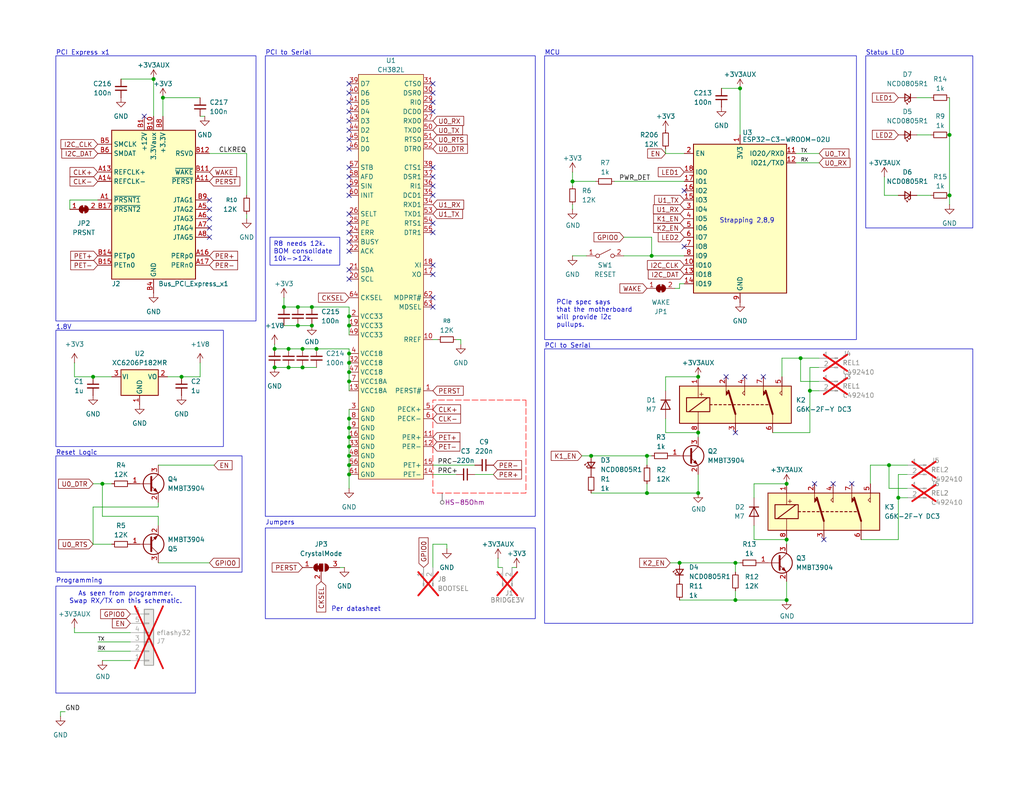
<source format=kicad_sch>
(kicad_sch (version 20250114) (generator "eeschema") (generator_version "9.0")
  (paper "USLetter")
  (title_block (title "serialsentinel") (date "2023-04-02"))
  (rectangle (start 148.59 95.25) (end 265.43 170.18))
  (rectangle (start 148.59 15.24) (end 233.68 92.71))
  (rectangle (start 72.39 15.24) (end 146.05 140.97))
  (rectangle (start 15.24 90.17) (end 60.96 121.92))
  (rectangle (start 236.22 15.24) (end 265.43 62.23))
  (rectangle (start 15.24 15.24) (end 69.85 87.63))
  (rectangle (start 15.24 160.02) (end 53.34 189.23))
  (rectangle (start 72.39 144.145) (end 146.05 168.91))
  (rectangle (start 15.24 124.46) (end 66.04 156.21))
  (text "As seen from programmer.\nSwap RX/TX on this schematic." (at 34.29 163.195 0) (effects (font (size 1.27 1.27))))
  (text "PCI to Serial" (at 72.39 15.24 0) (effects (font (size 1.27 1.27)) (justify left bottom)))
  (text "Status LED" (at 236.22 15.24 0) (effects (font (size 1.27 1.27)) (justify left bottom)))
  (text "PCIe spec says \nthat the motherboard\nwill provide i2c \npullups." (at 151.765 85.725 0) (effects (font (size 1.27 1.27)) (justify left)))
  (text "Programming" (at 15.24 159.385 0) (effects (font (size 1.27 1.27)) (justify left bottom)))
  (text "Strapping 2,8,9" (at 203.835 60.325 0) (effects (font (size 1.27 1.27))))
  (text "PCI Express x1" (at 15.24 15.24 0) (effects (font (size 1.27 1.27)) (justify left bottom)))
  (text "Reset Logic" (at 15.24 124.46 0) (effects (font (size 1.27 1.27)) (justify left bottom)))
  (text "Jumpers" (at 72.39 143.51 0) (effects (font (size 1.27 1.27)) (justify left bottom)))
  (text "1.8V" (at 15.24 90.17 0) (effects (font (size 1.27 1.27)) (justify left bottom)))
  (text "Per datasheet" (at 97.155 166.37 0) (effects (font (size 1.27 1.27))))
  (text "MCU" (at 148.59 15.24 0) (effects (font (size 1.27 1.27)) (justify left bottom)))
  (text "PCI to Serial" (at 148.59 95.25 0) (effects (font (size 1.27 1.27)) (justify left bottom)))
  (text_box "R8 needs 12k.\nBOM consolidate 10k->12k." (at 73.66 64.77 0) (size 19.05 7.62) (margins 0.9525 0.9525 0.9525 0.9525) (effects (font (size 1.27 1.27)) (justify left top)))
  (junction (at 95.25 101.6))
  (junction (at 95.25 116.84))
  (junction (at 81.28 88.9))
  (junction (at 190.5 102.87))
  (junction (at 190.5 118.11))
  (junction (at 220.98 106.68))
  (junction (at 95.25 119.38))
  (junction (at 41.91 21.59))
  (junction (at 95.25 86.36))
  (junction (at 176.53 134.62))
  (junction (at 214.63 163.83))
  (junction (at 95.25 124.46))
  (junction (at 190.5 134.62))
  (junction (at 176.53 124.46))
  (junction (at 259.08 53.34))
  (junction (at 86.36 95.25))
  (junction (at 25.4 102.87))
  (junction (at 95.25 88.9))
  (junction (at 242.57 127))
  (junction (at 77.47 83.82))
  (junction (at 81.28 83.82))
  (junction (at 95.25 96.52))
  (junction (at 27.94 132.08))
  (junction (at 95.25 114.3))
  (junction (at 82.55 95.25))
  (junction (at 214.63 132.08))
  (junction (at 259.08 36.83))
  (junction (at 200.66 153.67))
  (junction (at 85.09 83.82))
  (junction (at 74.93 95.25))
  (junction (at 245.11 135.89))
  (junction (at 200.66 163.83))
  (junction (at 95.25 121.92))
  (junction (at 218.44 97.79))
  (junction (at 74.93 100.33))
  (junction (at 95.25 129.54))
  (junction (at 85.09 88.9))
  (junction (at 78.74 100.33))
  (junction (at 177.8 69.85))
  (junction (at 156.21 49.53))
  (junction (at 49.53 102.87))
  (junction (at 44.45 26.67))
  (junction (at 95.25 99.06))
  (junction (at 201.93 24.13))
  (junction (at 161.29 124.46))
  (junction (at 214.63 147.32))
  (junction (at 95.25 127))
  (junction (at 82.55 100.33))
  (junction (at 185.42 153.67))
  (junction (at 95.25 104.14))
  (junction (at 78.74 95.25))
  (no_connect (at 95.25 22.86))
  (no_connect (at 227.33 132.08))
  (no_connect (at 118.11 45.72))
  (no_connect (at 95.25 40.64))
  (no_connect (at 95.25 76.2))
  (no_connect (at 118.11 50.8))
  (no_connect (at 57.15 62.23))
  (no_connect (at 118.11 60.96))
  (no_connect (at 198.12 102.87))
  (no_connect (at 57.15 57.15))
  (no_connect (at 186.69 67.31))
  (no_connect (at 200.66 118.11))
  (no_connect (at 39.37 31.75))
  (no_connect (at 95.25 60.96))
  (no_connect (at 95.25 48.26))
  (no_connect (at 95.25 38.1))
  (no_connect (at 95.25 27.94))
  (no_connect (at 118.11 83.82))
  (no_connect (at 118.11 27.94))
  (no_connect (at 95.25 25.4))
  (no_connect (at 224.79 147.32))
  (no_connect (at 95.25 50.8))
  (no_connect (at 186.69 52.07))
  (no_connect (at 57.15 59.69))
  (no_connect (at 232.41 132.08))
  (no_connect (at 95.25 45.72))
  (no_connect (at 203.2 102.87))
  (no_connect (at 95.25 53.34))
  (no_connect (at 95.25 63.5))
  (no_connect (at 95.25 66.04))
  (no_connect (at 222.25 132.08))
  (no_connect (at 57.15 54.61))
  (no_connect (at 95.25 30.48))
  (no_connect (at 57.15 64.77))
  (no_connect (at 95.25 68.58))
  (no_connect (at 118.11 53.34))
  (no_connect (at 118.11 74.93))
  (no_connect (at 95.25 35.56))
  (no_connect (at 208.28 102.87))
  (no_connect (at 118.11 25.4))
  (no_connect (at 95.25 73.66))
  (no_connect (at 118.11 30.48))
  (no_connect (at 95.25 58.42))
  (no_connect (at 118.11 81.28))
  (no_connect (at 118.11 22.86))
  (no_connect (at 118.11 63.5))
  (no_connect (at 95.25 33.02))
  (no_connect (at 118.11 48.26))
  (no_connect (at 118.11 72.39))
  (wire (pts (xy 86.36 95.25) (xy 95.25 95.25)))
  (wire (pts (xy 95.25 116.84) (xy 95.25 119.38)))
  (wire (pts (xy 95.25 101.6) (xy 95.25 104.14)))
  (wire (pts (xy 218.44 104.14) (xy 223.52 104.14)))
  (wire (pts (xy 181.61 41.91) (xy 181.61 40.64)))
  (wire (pts (xy 135.89 154.94) (xy 135.89 152.4)))
  (wire (pts (xy 54.61 102.87) (xy 54.61 99.06)))
  (wire (pts (xy 200.66 163.83) (xy 200.66 161.29)))
  (wire (pts (xy 95.25 96.52) (xy 95.25 99.06)))
  (wire (pts (xy 43.18 140.97) (xy 43.18 143.51)))
  (wire (pts (xy 177.8 69.85) (xy 186.69 69.85)))
  (wire (pts (xy 220.98 106.68) (xy 223.52 106.68)))
  (wire (pts (xy 247.65 129.54) (xy 245.11 129.54)))
  (wire (pts (xy 259.08 36.83) (xy 259.08 53.34)))
  (wire (pts (xy 213.36 97.79) (xy 218.44 97.79)))
  (wire (pts (xy 77.47 81.28) (xy 77.47 83.82)))
  (wire (pts (xy 92.71 154.94) (xy 93.98 154.94)))
  (wire (pts (xy 81.28 83.82) (xy 85.09 83.82)))
  (wire (pts (xy 200.66 163.83) (xy 214.63 163.83)))
  (wire (pts (xy 167.64 49.53) (xy 186.69 49.53)))
  (wire (pts (xy 161.29 124.46) (xy 176.53 124.46)))
  (wire (pts (xy 67.31 53.34) (xy 67.31 41.91)))
  (wire (pts (xy 95.25 83.82) (xy 95.25 86.36)))
  (wire (pts (xy 139.7 154.94) (xy 140.97 154.94)))
  (wire (pts (xy 118.11 127) (xy 129.54 127)))
  (wire (pts (xy 125.73 92.71) (xy 125.73 93.98)))
  (wire (pts (xy 118.11 148.59) (xy 118.11 154.94)))
  (wire (pts (xy 77.47 83.82) (xy 81.28 83.82)))
  (wire (pts (xy 35.56 175.26) (xy 26.67 175.26)))
  (wire (pts (xy 223.52 100.33) (xy 220.98 100.33)))
  (wire (pts (xy 121.92 149.86) (xy 121.92 148.59)))
  (wire (pts (xy 176.53 124.46) (xy 177.8 124.46)))
  (wire (pts (xy 44.45 26.67) (xy 54.61 26.67)))
  (wire (pts (xy 137.16 154.94) (xy 135.89 154.94)))
  (wire (pts (xy 95.25 86.36) (xy 95.25 88.9)))
  (wire (pts (xy 259.08 53.34) (xy 259.08 55.88)))
  (wire (pts (xy 170.18 64.77) (xy 177.8 64.77)))
  (wire (pts (xy 156.21 49.53) (xy 162.56 49.53)))
  (wire (pts (xy 85.09 83.82) (xy 95.25 83.82)))
  (wire (pts (xy 250.19 26.67) (xy 254 26.67)))
  (wire (pts (xy 237.49 127) (xy 242.57 127)))
  (wire (pts (xy 81.28 88.9) (xy 85.09 88.9)))
  (wire (pts (xy 201.93 24.13) (xy 201.93 36.83)))
  (wire (pts (xy 95.25 104.14) (xy 95.25 106.68)))
  (wire (pts (xy 20.32 102.87) (xy 20.32 99.06)))
  (wire (pts (xy 213.36 102.87) (xy 213.36 97.79)))
  (wire (pts (xy 129.54 129.54) (xy 134.62 129.54)))
  (wire (pts (xy 214.63 158.75) (xy 214.63 163.83)))
  (wire (pts (xy 205.74 147.32) (xy 205.74 143.51)))
  (wire (pts (xy 217.17 41.91) (xy 223.52 41.91)))
  (wire (pts (xy 17.78 194.31) (xy 16.51 194.31)))
  (wire (pts (xy 78.74 100.33) (xy 82.55 100.33)))
  (wire (pts (xy 250.19 53.34) (xy 254 53.34)))
  (wire (pts (xy 35.56 180.34) (xy 27.94 180.34)))
  (wire (pts (xy 95.25 111.76) (xy 95.25 114.3)))
  (wire (pts (xy 19.05 54.61) (xy 19.05 57.15)))
  (wire (pts (xy 245.11 135.89) (xy 247.65 135.89)))
  (wire (pts (xy 220.98 118.11) (xy 210.82 118.11)))
  (wire (pts (xy 185.42 153.67) (xy 182.88 153.67)))
  (wire (pts (xy 82.55 95.25) (xy 86.36 95.25)))
  (wire (pts (xy 177.8 64.77) (xy 177.8 69.85)))
  (wire (pts (xy 41.91 21.59) (xy 41.91 31.75)))
  (wire (pts (xy 176.53 134.62) (xy 176.53 132.08)))
  (wire (pts (xy 30.48 148.59) (xy 25.4 148.59)))
  (wire (pts (xy 54.61 31.75) (xy 55.88 31.75)))
  (wire (pts (xy 25.4 102.87) (xy 30.48 102.87)))
  (wire (pts (xy 49.53 102.87) (xy 54.61 102.87)))
  (wire (pts (xy 95.25 119.38) (xy 95.25 121.92)))
  (wire (pts (xy 245.11 147.32) (xy 234.95 147.32)))
  (wire (pts (xy 220.98 100.33) (xy 220.98 106.68)))
  (wire (pts (xy 95.25 129.54) (xy 95.25 133.35)))
  (wire (pts (xy 118.11 92.71) (xy 119.38 92.71)))
  (wire (pts (xy 214.63 132.08) (xy 205.74 132.08)))
  (wire (pts (xy 190.5 118.11) (xy 181.61 118.11)))
  (wire (pts (xy 19.05 54.61) (xy 26.67 54.61)))
  (wire (pts (xy 57.15 41.91) (xy 67.31 41.91)))
  (wire (pts (xy 185.42 78.74) (xy 185.42 77.47)))
  (wire (pts (xy 121.92 148.59) (xy 118.11 148.59)))
  (wire (pts (xy 95.25 88.9) (xy 95.25 91.44)))
  (wire (pts (xy 241.3 53.34) (xy 245.11 53.34)))
  (wire (pts (xy 43.18 153.67) (xy 57.15 153.67)))
  (wire (pts (xy 161.29 124.46) (xy 158.75 124.46)))
  (wire (pts (xy 245.11 129.54) (xy 245.11 135.89)))
  (wire (pts (xy 33.02 21.59) (xy 41.91 21.59)))
  (wire (pts (xy 242.57 127) (xy 247.65 127)))
  (wire (pts (xy 124.46 92.71) (xy 125.73 92.71)))
  (wire (pts (xy 156.21 46.99) (xy 156.21 49.53)))
  (wire (pts (xy 205.74 132.08) (xy 205.74 135.89)))
  (wire (pts (xy 118.11 129.54) (xy 124.46 129.54)))
  (wire (pts (xy 217.17 44.45) (xy 223.52 44.45)))
  (wire (pts (xy 74.93 95.25) (xy 78.74 95.25)))
  (wire (pts (xy 186.69 41.91) (xy 181.61 41.91)))
  (wire (pts (xy 241.3 48.26) (xy 241.3 53.34)))
  (wire (pts (xy 74.93 100.33) (xy 78.74 100.33)))
  (wire (pts (xy 43.18 138.43) (xy 25.4 138.43)))
  (wire (pts (xy 27.94 132.08) (xy 27.94 140.97)))
  (wire (pts (xy 190.5 102.87) (xy 181.61 102.87)))
  (wire (pts (xy 156.21 69.85) (xy 160.02 69.85)))
  (wire (pts (xy 95.25 114.3) (xy 95.25 116.84)))
  (wire (pts (xy 27.94 140.97) (xy 43.18 140.97)))
  (wire (pts (xy 156.21 57.15) (xy 156.21 55.88)))
  (wire (pts (xy 181.61 102.87) (xy 181.61 106.68)))
  (wire (pts (xy 220.98 106.68) (xy 220.98 118.11)))
  (wire (pts (xy 77.47 88.9) (xy 81.28 88.9)))
  (wire (pts (xy 184.15 78.74) (xy 185.42 78.74)))
  (wire (pts (xy 20.32 102.87) (xy 25.4 102.87)))
  (wire (pts (xy 95.25 99.06) (xy 95.25 101.6)))
  (wire (pts (xy 196.85 24.13) (xy 201.93 24.13)))
  (wire (pts (xy 250.19 36.83) (xy 254 36.83)))
  (wire (pts (xy 214.63 147.32) (xy 205.74 147.32)))
  (wire (pts (xy 44.45 26.67) (xy 44.45 31.75)))
  (wire (pts (xy 237.49 132.08) (xy 237.49 127)))
  (wire (pts (xy 181.61 118.11) (xy 181.61 114.3)))
  (wire (pts (xy 214.63 147.32) (xy 214.63 148.59)))
  (wire (pts (xy 45.72 102.87) (xy 49.53 102.87)))
  (wire (pts (xy 43.18 127) (xy 58.42 127)))
  (wire (pts (xy 176.53 127) (xy 176.53 124.46)))
  (wire (pts (xy 16.51 194.31) (xy 16.51 195.58)))
  (wire (pts (xy 185.42 153.67) (xy 200.66 153.67)))
  (wire (pts (xy 161.29 134.62) (xy 176.53 134.62)))
  (wire (pts (xy 25.4 138.43) (xy 25.4 148.59)))
  (wire (pts (xy 95.25 95.25) (xy 95.25 96.52)))
  (wire (pts (xy 30.48 132.08) (xy 27.94 132.08)))
  (wire (pts (xy 156.21 50.8) (xy 156.21 49.53)))
  (wire (pts (xy 78.74 95.25) (xy 82.55 95.25)))
  (wire (pts (xy 200.66 153.67) (xy 201.93 153.67)))
  (wire (pts (xy 190.5 129.54) (xy 190.5 134.62)))
  (wire (pts (xy 185.42 163.83) (xy 200.66 163.83)))
  (wire (pts (xy 218.44 97.79) (xy 223.52 97.79)))
  (wire (pts (xy 20.32 172.72) (xy 35.56 172.72)))
  (wire (pts (xy 259.08 26.67) (xy 259.08 36.83)))
  (wire (pts (xy 20.32 172.72) (xy 20.32 171.45)))
  (wire (pts (xy 82.55 100.33) (xy 86.36 100.33)))
  (wire (pts (xy 200.66 156.21) (xy 200.66 153.67)))
  (wire (pts (xy 95.25 127) (xy 95.25 129.54)))
  (wire (pts (xy 176.53 134.62) (xy 190.5 134.62)))
  (wire (pts (xy 242.57 133.35) (xy 247.65 133.35)))
  (wire (pts (xy 95.25 124.46) (xy 95.25 127)))
  (wire (pts (xy 95.25 121.92) (xy 95.25 124.46)))
  (wire (pts (xy 190.5 118.11) (xy 190.5 119.38)))
  (wire (pts (xy 218.44 97.79) (xy 218.44 104.14)))
  (wire (pts (xy 242.57 127) (xy 242.57 133.35)))
  (wire (pts (xy 25.4 132.08) (xy 27.94 132.08)))
  (wire (pts (xy 170.18 69.85) (xy 177.8 69.85)))
  (wire (pts (xy 67.31 58.42) (xy 67.31 59.69)))
  (wire (pts (xy 245.11 135.89) (xy 245.11 147.32)))
  (wire (pts (xy 35.56 177.8) (xy 26.67 177.8)))
  (wire (pts (xy 74.93 93.98) (xy 74.93 95.25)))
  (wire (pts (xy 43.18 137.16) (xy 43.18 138.43)))
  (wire (pts (xy 185.42 77.47) (xy 186.69 77.47)))
  (label "PWR_DET" (at 168.91 49.53 0))
  (label "RX" (at 218.44 44.45 0) (effects (font (size 0.9906 0.9906))))
  (label "CLKREQ" (at 59.69 41.91 0))
  (label "GND" (at 17.78 194.31 0))
  (label "PRC-" (at 119.38 127 0))
  (label "TX" (at 218.44 41.91 0) (effects (font (size 0.9906 0.9906))))
  (label "TX" (at 26.67 175.26 0) (effects (font (size 0.9906 0.9906))))
  (label "RX" (at 26.67 177.8 0) (effects (font (size 0.9906 0.9906))))
  (label "PRC+" (at 119.38 129.54 0))
  (global_label "PERST" (shape input) (at 118.11 106.68 0) (property "Intersheetrefs" "${INTERSHEET_REFS}" (effects (hide yes))))
  (global_label "CLK+" (shape input) (at 118.11 111.76 0) (property "Intersheetrefs" "${INTERSHEET_REFS}" (effects (hide yes))))
  (global_label "PERST" (shape input) (at 57.15 49.53 0) (property "Intersheetrefs" "${INTERSHEET_REFS}" (effects (hide yes))))
  (global_label "PET+" (shape input) (at 26.67 69.85 180) (property "Intersheetrefs" "${INTERSHEET_REFS}" (effects (hide yes))))
  (global_label "U1_RX" (shape input) (at 118.11 55.88 0) (property "Intersheetrefs" "${INTERSHEET_REFS}" (effects (hide yes))))
  (global_label "GPIO0" (shape input) (at 35.56 167.64 180) (property "Intersheetrefs" "${INTERSHEET_REFS}" (effects (hide yes))))
  (global_label "K2_EN" (shape input) (at 182.88 153.67 180) (property "Intersheetrefs" "${INTERSHEET_REFS}" (effects (hide yes))))
  (global_label "PET+" (shape input) (at 118.11 119.38 0) (property "Intersheetrefs" "${INTERSHEET_REFS}" (effects (hide yes))))
  (global_label "I2C_DAT" (shape input) (at 186.69 74.93 180) (property "Intersheetrefs" "${INTERSHEET_REFS}" (effects (hide yes))))
  (global_label "U1_TX" (shape input) (at 118.11 58.42 0) (property "Intersheetrefs" "${INTERSHEET_REFS}" (effects (hide yes))))
  (global_label "U0_RX" (shape input) (at 223.52 44.45 0) (property "Intersheetrefs" "${INTERSHEET_REFS}" (effects (hide yes))))
  (global_label "EN" (shape input) (at 35.56 170.18 180) (property "Intersheetrefs" "${INTERSHEET_REFS}" (effects (hide yes))))
  (global_label "PET-" (shape input) (at 118.11 121.92 0) (property "Intersheetrefs" "${INTERSHEET_REFS}" (effects (hide yes))))
  (global_label "I2C_DAT" (shape input) (at 26.67 41.91 180) (property "Intersheetrefs" "${INTERSHEET_REFS}" (effects (hide yes))))
  (global_label "LED1" (shape input) (at 245.11 26.67 180) (property "Intersheetrefs" "${INTERSHEET_REFS}" (effects (hide yes))))
  (global_label "K2_EN" (shape input) (at 186.69 62.23 180) (property "Intersheetrefs" "${INTERSHEET_REFS}" (effects (hide yes))))
  (global_label "WAKE" (shape input) (at 176.53 78.74 180) (property "Intersheetrefs" "${INTERSHEET_REFS}" (effects (hide yes))))
  (global_label "GPIO0" (shape input) (at 57.15 153.67 0) (property "Intersheetrefs" "${INTERSHEET_REFS}" (effects (hide yes))))
  (global_label "PER+" (shape input) (at 57.15 69.85 0) (property "Intersheetrefs" "${INTERSHEET_REFS}" (effects (hide yes))))
  (global_label "U0_DTR" (shape input) (at 118.11 40.64 0) (property "Intersheetrefs" "${INTERSHEET_REFS}" (effects (hide yes))))
  (global_label "U1_TX" (shape input) (at 186.69 54.61 180) (property "Intersheetrefs" "${INTERSHEET_REFS}" (effects (hide yes))))
  (global_label "CLK-" (shape input) (at 26.67 49.53 180) (property "Intersheetrefs" "${INTERSHEET_REFS}" (effects (hide yes))))
  (global_label "LED2" (shape input) (at 245.11 36.83 180) (property "Intersheetrefs" "${INTERSHEET_REFS}" (effects (hide yes))))
  (global_label "PER-" (shape input) (at 134.62 127 0) (property "Intersheetrefs" "${INTERSHEET_REFS}" (effects (hide yes))))
  (global_label "WAKE" (shape input) (at 57.15 46.99 0) (property "Intersheetrefs" "${INTERSHEET_REFS}" (effects (hide yes))))
  (global_label "U1_RX" (shape input) (at 186.69 57.15 180) (property "Intersheetrefs" "${INTERSHEET_REFS}" (effects (hide yes))))
  (global_label "CKSEL" (shape input) (at 95.25 81.28 180) (property "Intersheetrefs" "${INTERSHEET_REFS}" (effects (hide yes))))
  (global_label "LED1" (shape input) (at 186.69 46.99 180) (property "Intersheetrefs" "${INTERSHEET_REFS}" (effects (hide yes))))
  (global_label "PET-" (shape input) (at 26.67 72.39 180) (property "Intersheetrefs" "${INTERSHEET_REFS}" (effects (hide yes))))
  (global_label "I2C_CLK" (shape input) (at 186.69 72.39 180) (property "Intersheetrefs" "${INTERSHEET_REFS}" (effects (hide yes))))
  (global_label "PER+" (shape input) (at 134.62 129.54 0) (property "Intersheetrefs" "${INTERSHEET_REFS}" (effects (hide yes))))
  (global_label "K1_EN" (shape input) (at 158.75 124.46 180) (property "Intersheetrefs" "${INTERSHEET_REFS}" (effects (hide yes))))
  (global_label "U0_RTS" (shape input) (at 118.11 38.1 0) (property "Intersheetrefs" "${INTERSHEET_REFS}" (effects (hide yes))))
  (global_label "GPIO0" (shape input) (at 170.18 64.77 180) (property "Intersheetrefs" "${INTERSHEET_REFS}" (effects (hide yes))))
  (global_label "LED2" (shape input) (at 186.69 64.77 180) (property "Intersheetrefs" "${INTERSHEET_REFS}" (effects (hide yes))))
  (global_label "GPIO0" (shape input) (at 115.57 154.94 90) (property "Intersheetrefs" "${INTERSHEET_REFS}" (effects (hide yes))))
  (global_label "K1_EN" (shape input) (at 186.69 59.69 180) (property "Intersheetrefs" "${INTERSHEET_REFS}" (effects (hide yes))))
  (global_label "CLK+" (shape input) (at 26.67 46.99 180) (property "Intersheetrefs" "${INTERSHEET_REFS}" (effects (hide yes))))
  (global_label "PER-" (shape input) (at 57.15 72.39 0) (property "Intersheetrefs" "${INTERSHEET_REFS}" (effects (hide yes))))
  (global_label "U0_RTS" (shape input) (at 25.4 148.59 180) (property "Intersheetrefs" "${INTERSHEET_REFS}" (effects (hide yes))))
  (global_label "U0_RX" (shape input) (at 118.11 33.02 0) (property "Intersheetrefs" "${INTERSHEET_REFS}" (effects (hide yes))))
  (global_label "U0_TX" (shape input) (at 118.11 35.56 0) (property "Intersheetrefs" "${INTERSHEET_REFS}" (effects (hide yes))))
  (global_label "CKSEL" (shape input) (at 87.63 158.75 270) (property "Intersheetrefs" "${INTERSHEET_REFS}" (effects (hide yes))))
  (global_label "CLK-" (shape input) (at 118.11 114.3 0) (property "Intersheetrefs" "${INTERSHEET_REFS}" (effects (hide yes))))
  (global_label "U0_DTR" (shape input) (at 25.4 132.08 180) (property "Intersheetrefs" "${INTERSHEET_REFS}" (effects (hide yes))))
  (global_label "EN" (shape input) (at 181.61 41.91 180) (property "Intersheetrefs" "${INTERSHEET_REFS}" (effects (hide yes))))
  (global_label "I2C_CLK" (shape input) (at 26.67 39.37 180) (property "Intersheetrefs" "${INTERSHEET_REFS}" (effects (hide yes))))
  (global_label "U0_TX" (shape input) (at 223.52 41.91 0) (property "Intersheetrefs" "${INTERSHEET_REFS}" (effects (hide yes))))
  (global_label "PERST" (shape input) (at 82.55 154.94 180) (property "Intersheetrefs" "${INTERSHEET_REFS}" (effects (hide yes))))
  (global_label "EN" (shape input) (at 58.42 127 0) (property "Intersheetrefs" "${INTERSHEET_REFS}" (effects (hide yes))))
  (rule_area (polyline (pts (xy 143.51 109.22) (xy 143.51 134.62) (xy 118.11 134.62) (xy 118.11 109.22)) (stroke (width 0) (type dash))))
  (netclass_flag "" (length 2.54) (shape round) (at 120.65 134.62 180) (property "Netclass" "HS-85Ohm" (at 121.3485 137.16 0) (effects (justify left))))
  (symbol (lib_id "Connector_Generic:Conn_01x06") (at 40.64 175.26 0) (mirror x) (unit 1) (in_bom no) (dnp yes)
    (property "Reference" "J7" (at 42.672 175.0568 0) (effects (justify left)))
    (property "Value" "eflashy32" (at 42.672 172.7454 0) (effects (justify left)))
    (property "Footprint" "Connector_PinHeader_2.54mm:PinHeader_1x06_P2.54mm_Vertical" (effects (hide yes)))
  )
  (symbol (lib_id "Regulator_Linear:XC6206PxxxMR") (at 38.1 102.87 0) (unit 1)
    (property "Reference" "U2" (at 38.1 96.52 0))
    (property "Value" "XC6206P182MR" (at 38.1 99.06 0))
    (property "Footprint" "Package_TO_SOT_SMD:SOT-23-3" (effects (hide yes)))
    (property "Datasheet" "https://www.torexsemi.com/file/xc6206/XC6206.pdf" (effects (hide yes)))
    (property "Description" "Positive 60-250mA Low Dropout Regulator, Fixed Output, SOT-23" (effects (hide yes)))
    (property "LCSC" "C347373" (effects (hide yes)))
  )
  (symbol (lib_id "Device:R_Small") (at 204.47 153.67 90) (unit 1)
    (property "Reference" "R13" (at 204.47 148.59 90))
    (property "Value" "1k" (at 204.47 151.13 90))
    (property "Footprint" "Resistor_SMD:R_0402_1005Metric" (effects (hide yes)))
    (property "Description" "Resistor, small symbol" (effects (hide yes)))
    (property "LCSC" "C11702" (effects (hide yes)))
  )
  (symbol (lib_id "Device:C_Small") (at 127 129.54 270) (unit 1)
    (property "Reference" "C3" (at 126.9936 123.19 90))
    (property "Value" "220n" (at 126.9936 125.73 90))
    (property "Footprint" "Capacitor_SMD:C_0402_1005Metric" (effects (hide yes)))
    (property "Description" "Unpolarized capacitor, small symbol" (effects (hide yes)))
    (property "LCSC" "C16772" (effects (hide yes)))
  )
  (symbol (lib_id "power:GND") (at 125.73 93.98 0) (unit 1)
    (property "Reference" "#PWR013" (effects (hide yes)))
    (property "Value" "GND" (at 125.73 99.06 0))
    (property "Description" "Power symbol creates a global label with name \"GND\" , ground" (effects (hide yes)))
  )
  (symbol (lib_id "Connector:Conn_01x02_Pin") (at 228.6 104.14 0) (mirror y) (unit 1) (dnp yes)
    (property "Reference" "J3" (at 229.87 102.8699 0) (effects (justify right)))
    (property "Value" "REL1" (at 229.87 105.4099 0) (effects (justify right)))
    (property "Footprint" "Connector_PinHeader_2.54mm:PinHeader_1x02_P2.54mm_Horizontal" (effects (hide yes)))
    (property "Description" "Generic connector, single row, 01x02, script generated" (effects (hide yes)))
    (property "LCSC" "C492410" (at 229.87 107.9499 0) (effects (justify right)))
  )
  (symbol (lib_id "Basics:CH382L") (at 106.68 71.12 0) (unit 1)
    (property "Reference" "U1" (at 106.68 16.51 0))
    (property "Value" "CH382L" (at 106.68 19.05 0))
    (property "Footprint" "Package_QFP:LQFP-64_7x7mm_P0.4mm" (effects (hide yes)))
    (property "Datasheet" "https://www.lcsc.com/datasheet/lcsc_datasheet_2403131125_WCH-Jiangsu-Qin-Heng-CH382L_C2685237.pdf" (effects (hide yes)))
    (property "LCSC" "C2685237" (effects (hide yes)))
  )
  (symbol (lib_id "Device:R_Small") (at 33.02 148.59 90) (unit 1)
    (property "Reference" "R5" (at 33.02 143.51 90))
    (property "Value" "12K" (at 33.02 146.05 90))
    (property "Footprint" "Resistor_SMD:R_0402_1005Metric" (effects (hide yes)))
    (property "Description" "Resistor, small symbol" (effects (hide yes)))
    (property "LCSC" "C25752" (effects (hide yes)))
  )
  (symbol (lib_id "Device:R_Small") (at 165.1 49.53 90) (unit 1)
    (property "Reference" "R7" (at 165.1 44.45 90))
    (property "Value" "1k" (at 165.1 46.99 90))
    (property "Footprint" "Resistor_SMD:R_0402_1005Metric" (effects (hide yes)))
    (property "Description" "Resistor, small symbol" (effects (hide yes)))
    (property "LCSC" "C11702" (effects (hide yes)))
  )
  (symbol (lib_id "power:+3V3") (at 44.45 26.67 0) (unit 1)
    (property "Reference" "#PWR04" (effects (hide yes)))
    (property "Value" "+3V3" (at 44.45 22.86 0))
    (property "Description" "Power symbol creates a global label with name \"+3V3\"" (effects (hide yes)))
  )
  (symbol (lib_id "Device:D") (at 205.74 139.7 90) (mirror x) (unit 1)
    (property "Reference" "D2" (at 203.2 138.4299 90) (effects (justify left)))
    (property "Value" "M7" (at 203.2 140.9699 90) (effects (justify left)))
    (property "Footprint" "Diode_SMD:D_SMA" (effects (hide yes)))
    (property "Description" "Diode" (effects (hide yes)))
    (property "Sim.Device" "D" (effects (hide yes)))
    (property "Sim.Pins" "1=K 2=A" (effects (hide yes)))
    (property "LCSC" "C95872" (effects (hide yes)))
  )
  (symbol (lib_id "Device:R_Small") (at 256.54 36.83 90) (unit 1)
    (property "Reference" "R9" (at 256.54 31.75 90))
    (property "Value" "1k" (at 256.54 34.29 90))
    (property "Footprint" "Resistor_SMD:R_0402_1005Metric" (effects (hide yes)))
    (property "Description" "Resistor, small symbol" (effects (hide yes)))
    (property "LCSC" "C11702" (effects (hide yes)))
  )
  (symbol (lib_id "power:GND") (at 156.21 69.85 0) (unit 1) (on_board no)
    (property "Reference" "#PWR0218" (effects (hide yes)))
    (property "Value" "GND" (at 156.21 74.93 0))
    (property "Description" "Power symbol creates a global label with name \"GND\" , ground" (effects (hide yes)))
  )
  (symbol (lib_id "power:GND") (at 121.92 149.86 0) (unit 1)
    (property "Reference" "#PWR030" (effects (hide yes)))
    (property "Value" "GND" (at 121.92 154.94 0))
    (property "Description" "Power symbol creates a global label with name \"GND\" , ground" (effects (hide yes)))
  )
  (symbol (lib_id "Device:C_Small") (at 86.36 97.79 180) (unit 1)
    (property "Reference" "C214" (at 88.9 96.5135 0) (effects (justify right)))
    (property "Value" "100n" (at 88.9 99.0535 0) (effects (justify right)))
    (property "Footprint" "Capacitor_SMD:C_0402_1005Metric" (effects (hide yes)))
    (property "Description" "Unpolarized capacitor, small symbol" (effects (hide yes)))
    (property "LCSC" "C307331" (effects (hide yes)))
  )
  (symbol (lib_id "Device:R_Small") (at 185.42 161.29 0) (unit 1)
    (property "Reference" "R11" (at 187.96 160.0199 0) (effects (justify left)))
    (property "Value" "1k" (at 187.96 162.5599 0) (effects (justify left)))
    (property "Footprint" "Resistor_SMD:R_0402_1005Metric" (effects (hide yes)))
    (property "Description" "Resistor, small symbol" (effects (hide yes)))
    (property "LCSC" "C11702" (effects (hide yes)))
  )
  (symbol (lib_id "Device:C_Small") (at 74.93 97.79 180) (unit 1)
    (property "Reference" "C8" (effects (hide yes)))
    (property "Value" "100n" (effects (hide yes)))
    (property "Footprint" "Capacitor_SMD:C_0402_1005Metric" (effects (hide yes)))
    (property "Description" "Unpolarized capacitor, small symbol" (effects (hide yes)))
    (property "LCSC" "C307331" (effects (hide yes)))
  )
  (symbol (lib_id "power:GND") (at 33.02 26.67 0) (unit 1)
    (property "Reference" "#PWR021" (effects (hide yes)))
    (property "Value" "GND" (at 33.02 31.75 0))
    (property "Description" "Power symbol creates a global label with name \"GND\" , ground" (effects (hide yes)))
  )
  (symbol (lib_id "Device:LED_Small") (at 247.65 26.67 180) (unit 1)
    (property "Reference" "D7" (at 247.5865 20.32 0))
    (property "Value" "NCD0805R1" (at 247.5865 22.86 0))
    (property "Footprint" "LED_SMD:LED_0805_2012Metric" (effects (hide yes)))
    (property "Description" "Light emitting diode, small symbol" (effects (hide yes)))
    (property "LCSC" "C84256" (effects (hide yes)))
    (property "Sim.Pin" "1=K 2=A" (effects (hide yes)))
  )
  (symbol (lib_id "Device:C_Small") (at 49.53 105.41 0) (unit 1)
    (property "Reference" "C2" (at 52.07 104.1462 0) (effects (justify left)))
    (property "Value" "1u" (at 52.07 106.6862 0) (effects (justify left)))
    (property "Footprint" "Capacitor_SMD:C_0402_1005Metric" (effects (hide yes)))
    (property "Description" "Unpolarized capacitor, small symbol" (effects (hide yes)))
    (property "LCSC" "C52923" (effects (hide yes)))
  )
  (symbol (lib_id "Relay:G6K-2") (at 224.79 139.7 0) (unit 1)
    (property "Reference" "K3" (at 241.3 138.4299 0) (effects (justify left)))
    (property "Value" "G6K-2F-Y DC3" (at 241.3 140.9699 0) (effects (justify left)))
    (property "Footprint" "Relay_SMD:Relay_DPDT_Omron_G6K-2F-Y" (effects (hide yes)))
    (property "Datasheet" "http://omronfs.omron.com/en_US/ecb/products/pdf/en-g6k.pdf" (effects (hide yes)))
    (property "Description" "Miniature 2-pole relay, Single-side Stable" (effects (hide yes)))
    (property "LCSC" "C2153097" (effects (hide yes)))
  )
  (symbol (lib_id "Device:C_Small") (at 54.61 29.21 180) (unit 1)
    (property "Reference" "C217" (at 57.15 27.9335 0) (effects (justify right)))
    (property "Value" "100n" (at 57.15 30.4735 0) (effects (justify right)))
    (property "Footprint" "Capacitor_SMD:C_0402_1005Metric" (effects (hide yes)))
    (property "Description" "Unpolarized capacitor, small symbol" (effects (hide yes)))
    (property "LCSC" "C307331" (effects (hide yes)))
  )
  (symbol (lib_id "power:GND") (at 196.85 29.21 0) (unit 1)
    (property "Reference" "#PWR06" (effects (hide yes)))
    (property "Value" "GND" (at 196.85 34.29 0))
    (property "Description" "Power symbol creates a global label with name \"GND\" , ground" (effects (hide yes)))
  )
  (symbol (lib_id "Device:R_Small") (at 200.66 158.75 0) (unit 1)
    (property "Reference" "R12" (at 203.2 157.4799 0) (effects (justify left)))
    (property "Value" "12K" (at 203.2 160.0199 0) (effects (justify left)))
    (property "Footprint" "Resistor_SMD:R_0402_1005Metric" (effects (hide yes)))
    (property "Description" "Resistor, small symbol" (effects (hide yes)))
    (property "LCSC" "C25752" (effects (hide yes)))
  )
  (symbol (lib_id "Device:C_Small") (at 196.85 26.67 0) (mirror x) (unit 1)
    (property "Reference" "C213" (at 194.31 25.3935 0) (effects (justify right)))
    (property "Value" "100n" (at 194.31 27.9335 0) (effects (justify right)))
    (property "Footprint" "Capacitor_SMD:C_0402_1005Metric" (effects (hide yes)))
    (property "Description" "Unpolarized capacitor, small symbol" (effects (hide yes)))
    (property "LCSC" "C307331" (effects (hide yes)))
  )
  (symbol (lib_id "Device:C_Small") (at 81.28 86.36 180) (unit 1)
    (property "Reference" "C7" (effects (hide yes)))
    (property "Value" "100n" (effects (hide yes)))
    (property "Footprint" "Capacitor_SMD:C_0402_1005Metric" (effects (hide yes)))
    (property "Description" "Unpolarized capacitor, small symbol" (effects (hide yes)))
    (property "LCSC" "C307331" (effects (hide yes)))
  )
  (symbol (lib_id "Device:R_Small") (at 256.54 53.34 90) (unit 1)
    (property "Reference" "R15" (at 256.54 48.26 90))
    (property "Value" "1k" (at 256.54 50.8 90))
    (property "Footprint" "Resistor_SMD:R_0402_1005Metric" (effects (hide yes)))
    (property "Description" "Resistor, small symbol" (effects (hide yes)))
    (property "LCSC" "C11702" (effects (hide yes)))
  )
  (symbol (lib_id "power:+3V3") (at 181.61 35.56 0) (mirror y) (unit 1) (on_board no)
    (property "Reference" "#PWR0220" (effects (hide yes)))
    (property "Value" "+3V3" (at 181.61 31.75 0))
    (property "Description" "Power symbol creates a global label with name \"+3V3\"" (effects (hide yes)))
  )
  (symbol (lib_id "Device:C_Small") (at 82.55 97.79 180) (unit 1)
    (property "Reference" "C6" (effects (hide yes)))
    (property "Value" "100n" (effects (hide yes)))
    (property "Footprint" "Capacitor_SMD:C_0402_1005Metric" (effects (hide yes)))
    (property "Description" "Unpolarized capacitor, small symbol" (effects (hide yes)))
    (property "LCSC" "C307331" (effects (hide yes)))
  )
  (symbol (lib_id "power:GND") (at 214.63 163.83 0) (unit 1)
    (property "Reference" "#PWR019" (effects (hide yes)))
    (property "Value" "GND" (at 214.757 168.2242 0))
    (property "Description" "Power symbol creates a global label with name \"GND\" , ground" (effects (hide yes)))
  )
  (symbol (lib_id "power:+3V3") (at 20.32 171.45 0) (mirror y) (unit 1) (on_board no)
    (property "Reference" "#PWR027" (effects (hide yes)))
    (property "Value" "+3V3AUX" (at 20.32 167.64 0))
    (property "Description" "Power symbol creates a global label with name \"+3V3\"" (effects (hide yes)))
  )
  (symbol (lib_id "Device:LED_Small") (at 247.65 53.34 180) (unit 1)
    (property "Reference" "D6" (at 247.5865 46.99 0))
    (property "Value" "NCD0805R1" (at 247.5865 49.53 0))
    (property "Footprint" "LED_SMD:LED_0805_2012Metric" (effects (hide yes)))
    (property "Description" "Light emitting diode, small symbol" (effects (hide yes)))
    (property "LCSC" "C84256" (effects (hide yes)))
    (property "Sim.Pin" "1=K 2=A" (effects (hide yes)))
  )
  (symbol (lib_id "Device:R_Small") (at 33.02 132.08 90) (unit 1)
    (property "Reference" "R4" (at 33.02 127 90))
    (property "Value" "12K" (at 33.02 129.54 90))
    (property "Footprint" "Resistor_SMD:R_0402_1005Metric" (effects (hide yes)))
    (property "Description" "Resistor, small symbol" (effects (hide yes)))
    (property "LCSC" "C25752" (effects (hide yes)))
  )
  (symbol (lib_id "RF_Module:ESP32-C3-WROOM-02U") (at 201.93 59.69 0) (unit 1)
    (property "Reference" "U3" (at 202.565 36.195 0) (effects (justify left)))
    (property "Value" "ESP32-C3-WROOM-02U" (at 202.565 38.1 0) (effects (justify left)))
    (property "Footprint" "RF_Module:ESP32-C3-WROOM-02U" (effects (hide yes)))
    (property "Datasheet" "https://www.espressif.com/sites/default/files/documentation/esp32-c3-wroom-02_datasheet_en.pdf" (effects (hide yes)))
    (property "Description" "802.11 b/g/n Wi­Fi and Bluetooth 5 module, ESP32­C3 SoC, RISC­V microprocessor, On-board antenna" (effects (hide yes)))
    (property "LCSC" "C2926676" (effects (hide yes)))
  )
  (symbol (lib_id "Device:LED_Small") (at 185.42 156.21 90) (unit 1)
    (property "Reference" "D4" (at 187.96 154.8764 90) (effects (justify right)))
    (property "Value" "NCD0805R1" (at 187.96 157.4164 90) (effects (justify right)))
    (property "Footprint" "LED_SMD:LED_0805_2012Metric" (effects (hide yes)))
    (property "Description" "Light emitting diode, small symbol" (effects (hide yes)))
    (property "LCSC" "C84256" (effects (hide yes)))
    (property "Sim.Pin" "1=K 2=A" (effects (hide yes)))
  )
  (symbol (lib_id "Device:R_Small") (at 67.31 55.88 0) (mirror y) (unit 1)
    (property "Reference" "R10" (at 64.77 54.6099 0) (effects (font (size 1.016 1.016)) (justify left)))
    (property "Value" "12K" (at 64.77 57.1499 0) (effects (justify left)))
    (property "Footprint" "Resistor_SMD:R_0402_1005Metric" (effects (hide yes)))
    (property "Description" "Resistor, small symbol" (effects (hide yes)))
    (property "LCSC" "C25752" (effects (hide yes)))
  )
  (symbol (lib_id "power:+1V8") (at 74.93 93.98 0) (unit 1)
    (property "Reference" "#PWR02" (effects (hide yes)))
    (property "Value" "+1V8" (at 74.93 88.9 0))
    (property "Description" "Power symbol creates a global label with name \"+1V8\"" (effects (hide yes)))
  )
  (symbol (lib_id "Switch:SW_SPST") (at 165.1 69.85 0) (unit 1)
    (property "Reference" "SW1" (at 165.1 72.39 0))
    (property "Value" "RESET" (at 165.1 74.93 0))
    (property "Footprint" "Button_Switch_SMD:SW_Push_1P1T_XKB_TS-1187A" (effects (hide yes)))
    (property "LCSC" "C318884" (effects (hide yes)))
  )
  (symbol (lib_id "power:GND") (at 27.94 180.34 0) (unit 1)
    (property "Reference" "#PWR023" (effects (hide yes)))
    (property "Value" "GND" (at 28.067 184.7342 0))
  )
  (symbol (lib_id "Device:R_Small") (at 156.21 53.34 0) (unit 1)
    (property "Reference" "R6" (at 158.75 52.0699 0) (effects (justify left)))
    (property "Value" "12K" (at 158.75 54.6099 0) (effects (justify left)))
    (property "Footprint" "Resistor_SMD:R_0402_1005Metric" (effects (hide yes)))
    (property "Description" "Resistor, small symbol" (effects (hide yes)))
    (property "LCSC" "C25752" (effects (hide yes)))
  )
  (symbol (lib_id "power:GND") (at 55.88 31.75 0) (unit 1)
    (property "Reference" "#PWR020" (effects (hide yes)))
    (property "Value" "GND" (at 55.88 36.83 0))
    (property "Description" "Power symbol creates a global label with name \"GND\" , ground" (effects (hide yes)))
  )
  (symbol (lib_id "power:+3V3") (at 140.97 154.94 0) (unit 1)
    (property "Reference" "#PWR029" (effects (hide yes)))
    (property "Value" "+3V3" (at 140.97 151.13 0))
    (property "Description" "Power symbol creates a global label with name \"+3V3\"" (effects (hide yes)))
  )
  (symbol (lib_id "Device:C_Small") (at 78.74 97.79 180) (unit 1)
    (property "Reference" "C4" (effects (hide yes)))
    (property "Value" "100n" (effects (hide yes)))
    (property "Footprint" "Capacitor_SMD:C_0402_1005Metric" (effects (hide yes)))
    (property "Description" "Unpolarized capacitor, small symbol" (effects (hide yes)))
    (property "LCSC" "C307331" (effects (hide yes)))
  )
  (symbol (lib_id "power:+3V3") (at 201.93 24.13 0) (mirror y) (unit 1) (on_board no)
    (property "Reference" "#PWR0224" (effects (hide yes)))
    (property "Value" "+3V3AUX" (at 201.93 20.32 0))
    (property "Description" "Power symbol creates a global label with name \"+3V3\"" (effects (hide yes)))
  )
  (symbol (lib_id "power:+1V8") (at 54.61 99.06 0) (unit 1)
    (property "Reference" "#PWR01" (effects (hide yes)))
    (property "Value" "+1V8" (at 54.61 93.98 0))
    (property "Description" "Power symbol creates a global label with name \"+1V8\"" (effects (hide yes)))
  )
  (symbol (lib_id "Jumper:SolderJumper_2_Bridged") (at 180.34 78.74 0) (mirror x) (unit 1)
    (property "Reference" "JP1" (at 180.34 85.09 0))
    (property "Value" "WAKE" (at 180.34 82.55 0))
    (property "Footprint" "Jumper:SolderJumper-2_P1.3mm_Bridged_RoundedPad1.0x1.5mm" (effects (hide yes)))
  )
  (symbol (lib_id "Connector:Conn_01x02_Pin") (at 252.73 127 0) (mirror y) (unit 1) (dnp yes)
    (property "Reference" "J5" (at 254 125.7299 0) (effects (justify right)))
    (property "Value" "REL2" (at 254 128.2699 0) (effects (justify right)))
    (property "Footprint" "Connector_PinHeader_2.54mm:PinHeader_1x02_P2.54mm_Horizontal" (effects (hide yes)))
    (property "Description" "Generic connector, single row, 01x02, script generated" (effects (hide yes)))
    (property "LCSC" "C492410" (at 254 130.8099 0) (effects (justify right)))
  )
  (symbol (lib_id "power:GND") (at 16.51 195.58 0) (unit 1)
    (property "Reference" "#PWR0225" (effects (hide yes)))
    (property "Value" "GND" (at 16.51 200.66 0))
    (property "Description" "Power symbol creates a global label with name \"GND\" , ground" (effects (hide yes)))
  )
  (symbol (lib_id "Device:R_Small") (at 161.29 132.08 0) (unit 1)
    (property "Reference" "R1" (at 163.83 130.8099 0) (effects (justify left)))
    (property "Value" "1k" (at 163.83 133.3499 0) (effects (justify left)))
    (property "Footprint" "Resistor_SMD:R_0402_1005Metric" (effects (hide yes)))
    (property "Description" "Resistor, small symbol" (effects (hide yes)))
    (property "LCSC" "C11702" (effects (hide yes)))
  )
  (symbol (lib_id "power:GND") (at 156.21 57.15 0) (unit 1)
    (property "Reference" "#PWR018" (effects (hide yes)))
    (property "Value" "GND" (at 156.337 61.5442 0))
    (property "Description" "Power symbol creates a global label with name \"GND\" , ground" (effects (hide yes)))
  )
  (symbol (lib_id "power:GND") (at 38.1 110.49 0) (unit 1)
    (property "Reference" "#PWR08" (effects (hide yes)))
    (property "Value" "GND" (at 38.1 115.57 0))
    (property "Description" "Power symbol creates a global label with name \"GND\" , ground" (effects (hide yes)))
  )
  (symbol (lib_id "power:+3V3") (at 77.47 81.28 0) (unit 1)
    (property "Reference" "#PWR014" (effects (hide yes)))
    (property "Value" "+3V3" (at 77.47 77.47 0))
    (property "Description" "Power symbol creates a global label with name \"+3V3\"" (effects (hide yes)))
  )
  (symbol (lib_id "power:GND") (at 190.5 134.62 0) (unit 1)
    (property "Reference" "#PWR017" (effects (hide yes)))
    (property "Value" "GND" (at 190.627 139.0142 0))
    (property "Description" "Power symbol creates a global label with name \"GND\" , ground" (effects (hide yes)))
  )
  (symbol (lib_id "Transistor_BJT:MMBT3904") (at 40.64 148.59 0) (mirror x) (unit 1)
    (property "Reference" "Q5" (at 45.72 149.8601 0) (effects (justify left)))
    (property "Value" "MMBT3904" (at 45.72 147.3201 0) (effects (justify left)))
    (property "Footprint" "Package_TO_SOT_SMD:SOT-23" (effects (hide yes)))
    (property "Datasheet" "https://www.onsemi.com/pdf/datasheet/pzt3904-d.pdf" (effects (hide yes)))
    (property "Description" "0.2A Ic, 40V Vce, Small Signal NPN Transistor, SOT-23" (effects (hide yes)))
    (property "LCSC" "C20526" (effects (hide yes)))
  )
  (symbol (lib_id "power:+3V3") (at 214.63 132.08 0) (mirror y) (unit 1) (on_board no)
    (property "Reference" "#PWR0228" (effects (hide yes)))
    (property "Value" "+3V3AUX" (at 214.63 128.27 0))
    (property "Description" "Power symbol creates a global label with name \"+3V3\"" (effects (hide yes)))
  )
  (symbol (lib_id "power:GND") (at 25.4 107.95 0) (unit 1)
    (property "Reference" "#PWR09" (effects (hide yes)))
    (property "Value" "GND" (at 25.4 113.03 0))
    (property "Description" "Power symbol creates a global label with name \"GND\" , ground" (effects (hide yes)))
  )
  (symbol (lib_id "Transistor_BJT:MMBT3904") (at 187.96 124.46 0) (unit 1)
    (property "Reference" "Q2" (at 193.04 123.1899 0) (effects (justify left)))
    (property "Value" "MMBT3904" (at 193.04 125.7299 0) (effects (justify left)))
    (property "Footprint" "Package_TO_SOT_SMD:SOT-23" (effects (hide yes)))
    (property "Datasheet" "https://www.onsemi.com/pdf/datasheet/pzt3904-d.pdf" (effects (hide yes)))
    (property "Description" "0.2A Ic, 40V Vce, Small Signal NPN Transistor, SOT-23" (effects (hide yes)))
    (property "LCSC" "C20526" (effects (hide yes)))
  )
  (symbol (lib_id "Device:R_Small") (at 121.92 92.71 90) (unit 1)
    (property "Reference" "R8" (at 121.92 87.63 90) (effects (font (size 1.016 1.016))))
    (property "Value" "12K" (at 121.92 90.17 90))
    (property "Footprint" "Resistor_SMD:R_0402_1005Metric" (effects (hide yes)))
    (property "Description" "Resistor, small symbol" (effects (hide yes)))
    (property "LCSC" "C25752" (effects (hide yes)))
  )
  (symbol (lib_id "power:GND") (at 74.93 100.33 0) (unit 1)
    (property "Reference" "#PWR011" (effects (hide yes)))
    (property "Value" "GND" (at 74.93 105.41 0))
    (property "Description" "Power symbol creates a global label with name \"GND\" , ground" (effects (hide yes)))
  )
  (symbol (lib_id "power:GND") (at 93.98 154.94 0) (unit 1)
    (property "Reference" "#PWR025" (effects (hide yes)))
    (property "Value" "GND" (at 93.98 160.02 0))
    (property "Description" "Power symbol creates a global label with name \"GND\" , ground" (effects (hide yes)))
  )
  (symbol (lib_id "power:+3V3") (at 20.32 99.06 0) (unit 1)
    (property "Reference" "#PWR07" (effects (hide yes)))
    (property "Value" "+3V3" (at 20.32 93.98 0))
    (property "Description" "Power symbol creates a global label with name \"+3V3\"" (effects (hide yes)))
  )
  (symbol (lib_id "power:GND") (at 67.31 59.69 0) (unit 1)
    (property "Reference" "#PWR026" (effects (hide yes)))
    (property "Value" "GND" (at 67.31 64.77 0))
    (property "Description" "Power symbol creates a global label with name \"GND\" , ground" (effects (hide yes)))
  )
  (symbol (lib_id "power:+3V3") (at 41.91 21.59 0) (mirror y) (unit 1) (on_board no)
    (property "Reference" "#PWR0227" (effects (hide yes)))
    (property "Value" "+3V3AUX" (at 41.91 17.78 0))
    (property "Description" "Power symbol creates a global label with name \"+3V3\"" (effects (hide yes)))
  )
  (symbol (lib_id "Transistor_BJT:MMBT3904") (at 212.09 153.67 0) (unit 1)
    (property "Reference" "Q3" (at 217.17 152.3999 0) (effects (justify left)))
    (property "Value" "MMBT3904" (at 217.17 154.9399 0) (effects (justify left)))
    (property "Footprint" "Package_TO_SOT_SMD:SOT-23" (effects (hide yes)))
    (property "Datasheet" "https://www.onsemi.com/pdf/datasheet/pzt3904-d.pdf" (effects (hide yes)))
    (property "Description" "0.2A Ic, 40V Vce, Small Signal NPN Transistor, SOT-23" (effects (hide yes)))
    (property "LCSC" "C20526" (effects (hide yes)))
  )
  (symbol (lib_id "power:GND") (at 41.91 80.01 0) (unit 1)
    (property "Reference" "#PWR03" (effects (hide yes)))
    (property "Value" "GND" (at 41.91 85.09 0))
    (property "Description" "Power symbol creates a global label with name \"GND\" , ground" (effects (hide yes)))
  )
  (symbol (lib_id "Device:LED_Small") (at 247.65 36.83 180) (unit 1)
    (property "Reference" "D5" (at 247.5865 30.48 0))
    (property "Value" "NCD0805R1" (at 247.5865 33.02 0))
    (property "Footprint" "LED_SMD:LED_0805_2012Metric" (effects (hide yes)))
    (property "Description" "Light emitting diode, small symbol" (effects (hide yes)))
    (property "LCSC" "C84256" (effects (hide yes)))
    (property "Sim.Pin" "1=K 2=A" (effects (hide yes)))
  )
  (symbol (lib_id "Device:C_Small") (at 85.09 86.36 180) (unit 1)
    (property "Reference" "C215" (at 87.63 85.0835 0) (effects (justify right)))
    (property "Value" "100n" (at 87.63 87.6235 0) (effects (justify right)))
    (property "Footprint" "Capacitor_SMD:C_0402_1005Metric" (effects (hide yes)))
    (property "Description" "Unpolarized capacitor, small symbol" (effects (hide yes)))
    (property "LCSC" "C307331" (effects (hide yes)))
  )
  (symbol (lib_id "power:GND") (at 49.53 107.95 0) (unit 1)
    (property "Reference" "#PWR010" (effects (hide yes)))
    (property "Value" "GND" (at 49.53 113.03 0))
    (property "Description" "Power symbol creates a global label with name \"GND\" , ground" (effects (hide yes)))
  )
  (symbol (lib_id "Device:C_Small") (at 25.4 105.41 0) (mirror y) (unit 1)
    (property "Reference" "C1" (at 22.86 104.1462 0) (effects (justify left)))
    (property "Value" "1u" (at 22.86 106.6862 0) (effects (justify left)))
    (property "Footprint" "Capacitor_SMD:C_0402_1005Metric" (effects (hide yes)))
    (property "Description" "Unpolarized capacitor, small symbol" (effects (hide yes)))
    (property "LCSC" "C52923" (effects (hide yes)))
  )
  (symbol (lib_id "Jumper:SolderJumper_2_Bridged") (at 22.86 57.15 0) (unit 1)
    (property "Reference" "JP2" (at 22.86 60.96 0))
    (property "Value" "PRSNT" (at 22.86 63.5 0))
    (property "Footprint" "Jumper:SolderJumper-2_P1.3mm_Bridged_RoundedPad1.0x1.5mm" (effects (hide yes)))
  )
  (symbol (lib_id "Connector:Conn_01x02_Pin") (at 228.6 97.79 0) (mirror y) (unit 1) (dnp yes)
    (property "Reference" "J4" (at 229.87 96.5199 0) (effects (justify right)))
    (property "Value" "REL1" (at 229.87 99.0599 0) (effects (justify right)))
    (property "Footprint" "Connector_PinHeader_2.54mm:PinHeader_1x02_P2.54mm_Horizontal" (effects (hide yes)))
    (property "Description" "Generic connector, single row, 01x02, script generated" (effects (hide yes)))
    (property "LCSC" "C492410" (at 229.87 101.5999 0) (effects (justify right)))
  )
  (symbol (lib_id "Connector:Bus_PCI_Express_x1") (at 41.91 57.15 0) (unit 1)
    (property "Reference" "J2" (at 30.48 77.47 0) (effects (justify left)))
    (property "Value" "Bus_PCI_Express_x1" (at 43.18 77.47 0) (effects (justify left)))
    (property "Footprint" "Connector_PCBEdge:BUS_PCIexpress_x1" (effects (hide yes)))
    (property "Datasheet" "http://www.ritrontek.com/uploadfile/2016/1026/20161026105231124.pdf#page=63" (effects (hide yes)))
  )
  (symbol (lib_id "Transistor_BJT:MMBT3904") (at 40.64 132.08 0) (unit 1)
    (property "Reference" "Q4" (at 45.72 130.8099 0) (effects (justify left)))
    (property "Value" "MMBT3904" (at 45.72 133.3499 0) (effects (justify left)))
    (property "Footprint" "Package_TO_SOT_SMD:SOT-23" (effects (hide yes)))
    (property "Datasheet" "https://www.onsemi.com/pdf/datasheet/pzt3904-d.pdf" (effects (hide yes)))
    (property "Description" "0.2A Ic, 40V Vce, Small Signal NPN Transistor, SOT-23" (effects (hide yes)))
    (property "LCSC" "C20526" (effects (hide yes)))
  )
  (symbol (lib_id "power:GND") (at 201.93 82.55 0) (unit 1)
    (property "Reference" "#PWR05" (effects (hide yes)))
    (property "Value" "GND" (at 201.93 87.63 0))
    (property "Description" "Power symbol creates a global label with name \"GND\" , ground" (effects (hide yes)))
  )
  (symbol (lib_id "power:GND") (at 259.08 55.88 0) (unit 1)
    (property "Reference" "#PWR022" (effects (hide yes)))
    (property "Value" "GND" (at 259.08 60.96 0))
    (property "Description" "Power symbol creates a global label with name \"GND\" , ground" (effects (hide yes)))
  )
  (symbol (lib_id "Device:C_Small") (at 33.02 24.13 0) (mirror x) (unit 1)
    (property "Reference" "C216" (at 30.48 22.8535 0) (effects (justify right)))
    (property "Value" "100n" (at 30.48 25.3935 0) (effects (justify right)))
    (property "Footprint" "Capacitor_SMD:C_0402_1005Metric" (effects (hide yes)))
    (property "Description" "Unpolarized capacitor, small symbol" (effects (hide yes)))
    (property "LCSC" "C307331" (effects (hide yes)))
  )
  (symbol (lib_id "power:+3V3") (at 190.5 102.87 0) (mirror y) (unit 1) (on_board no)
    (property "Reference" "#PWR0226" (effects (hide yes)))
    (property "Value" "+3V3AUX" (at 190.5 99.06 0))
    (property "Description" "Power symbol creates a global label with name \"+3V3\"" (effects (hide yes)))
  )
  (symbol (lib_id "Connector:Conn_01x02_Pin") (at 252.73 133.35 0) (mirror y) (unit 1) (dnp yes)
    (property "Reference" "J6" (at 254 132.0799 0) (effects (justify right)))
    (property "Value" "REL2" (at 254 134.6199 0) (effects (justify right)))
    (property "Footprint" "Connector_PinHeader_2.54mm:PinHeader_1x02_P2.54mm_Horizontal" (effects (hide yes)))
    (property "Description" "Generic connector, single row, 01x02, script generated" (effects (hide yes)))
    (property "LCSC" "C492410" (at 254 137.1599 0) (effects (justify right)))
  )
  (symbol (lib_id "Device:R_Small") (at 176.53 129.54 0) (unit 1)
    (property "Reference" "R2" (at 179.07 128.2699 0) (effects (justify left)))
    (property "Value" "12K" (at 179.07 130.8099 0) (effects (justify left)))
    (property "Footprint" "Resistor_SMD:R_0402_1005Metric" (effects (hide yes)))
    (property "Description" "Resistor, small symbol" (effects (hide yes)))
    (property "LCSC" "C25752" (effects (hide yes)))
  )
  (symbol (lib_id "Device:C_Small") (at 132.08 127 270) (unit 1)
    (property "Reference" "C9" (at 132.0736 120.65 90))
    (property "Value" "220n" (at 132.0736 123.19 90))
    (property "Footprint" "Capacitor_SMD:C_0402_1005Metric" (effects (hide yes)))
    (property "Description" "Unpolarized capacitor, small symbol" (effects (hide yes)))
    (property "LCSC" "C16772" (effects (hide yes)))
  )
  (symbol (lib_id "Device:R_Small") (at 181.61 38.1 0) (mirror y) (unit 1)
    (property "Reference" "R206" (at 179.705 36.8299 0) (effects (justify left)))
    (property "Value" "12K" (at 179.705 39.3699 0) (effects (justify left)))
    (property "Footprint" "Resistor_SMD:R_0402_1005Metric" (effects (hide yes)))
    (property "Description" "Resistor, small symbol" (effects (hide yes)))
    (property "LCSC" "C25752" (effects (hide yes)))
  )
  (symbol (lib_id "Relay:G6K-2") (at 200.66 110.49 0) (unit 1)
    (property "Reference" "K2" (at 217.17 109.2199 0) (effects (justify left)))
    (property "Value" "G6K-2F-Y DC3" (at 217.17 111.7599 0) (effects (justify left)))
    (property "Footprint" "Relay_SMD:Relay_DPDT_Omron_G6K-2F-Y" (effects (hide yes)))
    (property "Datasheet" "http://omronfs.omron.com/en_US/ecb/products/pdf/en-g6k.pdf" (effects (hide yes)))
    (property "Description" "Miniature 2-pole relay, Single-side Stable" (effects (hide yes)))
    (property "LCSC" "C2153097" (effects (hide yes)))
  )
  (symbol (lib_id "Device:R_Small") (at 180.34 124.46 90) (unit 1)
    (property "Reference" "R3" (at 180.34 119.38 90))
    (property "Value" "1k" (at 180.34 121.92 90))
    (property "Footprint" "Resistor_SMD:R_0402_1005Metric" (effects (hide yes)))
    (property "Description" "Resistor, small symbol" (effects (hide yes)))
    (property "LCSC" "C11702" (effects (hide yes)))
  )
  (symbol (lib_id "power:+3V3") (at 241.3 48.26 0) (mirror y) (unit 1) (on_board no)
    (property "Reference" "#PWR024" (effects (hide yes)))
    (property "Value" "+3V3AUX" (at 241.3 44.45 0))
    (property "Description" "Power symbol creates a global label with name \"+3V3\"" (effects (hide yes)))
  )
  (symbol (lib_id "power:+3V3") (at 156.21 46.99 0) (unit 1)
    (property "Reference" "#PWR016" (effects (hide yes)))
    (property "Value" "+3V3" (at 156.21 43.18 0))
    (property "Description" "Power symbol creates a global label with name \"+3V3\"" (effects (hide yes)))
  )
  (symbol (lib_id "power:+3V3") (at 135.89 152.4 0) (mirror y) (unit 1) (on_board no)
    (property "Reference" "#PWR028" (effects (hide yes)))
    (property "Value" "+3V3AUX" (at 135.89 148.59 0))
    (property "Description" "Power symbol creates a global label with name \"+3V3\"" (effects (hide yes)))
  )
  (symbol (lib_id "Jumper:SolderJumper_3_Bridged12") (at 87.63 154.94 0) (unit 1) (in_bom no)
    (property "Reference" "JP3" (at 87.63 148.59 0))
    (property "Value" "CrystalMode" (at 87.63 151.13 0))
    (property "Footprint" "Jumper:SolderJumper-3_P1.3mm_Bridged12_RoundedPad1.0x1.5mm" (effects (hide yes)))
    (property "Description" "3-pole Solder Jumper, pins 1+2 closed/bridged" (effects (hide yes)))
  )
  (symbol (lib_id "Device:C_Small") (at 77.47 86.36 180) (unit 1)
    (property "Reference" "C5" (effects (hide yes)))
    (property "Value" "100n" (effects (hide yes)))
    (property "Footprint" "Capacitor_SMD:C_0402_1005Metric" (effects (hide yes)))
    (property "Description" "Unpolarized capacitor, small symbol" (effects (hide yes)))
    (property "LCSC" "C307331" (effects (hide yes)))
  )
  (symbol (lib_id "Device:LED_Small") (at 161.29 127 90) (unit 1)
    (property "Reference" "D3" (at 163.83 125.6664 90) (effects (justify right)))
    (property "Value" "NCD0805R1" (at 163.83 128.2064 90) (effects (justify right)))
    (property "Footprint" "LED_SMD:LED_0805_2012Metric" (effects (hide yes)))
    (property "Description" "Light emitting diode, small symbol" (effects (hide yes)))
    (property "LCSC" "C84256" (effects (hide yes)))
    (property "Sim.Pin" "1=K 2=A" (effects (hide yes)))
  )
  (symbol (lib_id "power:GND") (at 95.25 133.35 0) (unit 1)
    (property "Reference" "#PWR012" (effects (hide yes)))
    (property "Value" "GND" (at 95.25 138.43 0))
    (property "Description" "Power symbol creates a global label with name \"GND\" , ground" (effects (hide yes)))
  )
  (symbol (lib_id "Device:R_Small") (at 256.54 26.67 90) (unit 1)
    (property "Reference" "R14" (at 256.54 21.59 90))
    (property "Value" "1k" (at 256.54 24.13 90))
    (property "Footprint" "Resistor_SMD:R_0402_1005Metric" (effects (hide yes)))
    (property "Description" "Resistor, small symbol" (effects (hide yes)))
    (property "LCSC" "C11702" (effects (hide yes)))
  )
  (symbol (lib_id "Connector:Conn_01x02_Pin") (at 115.57 160.02 90) (unit 1) (in_bom no) (dnp yes)
    (property "Reference" "J8" (at 119.38 158.1149 90) (effects (justify right)))
    (property "Value" "BOOTSEL" (at 119.38 160.6549 90) (effects (justify right)))
    (property "Footprint" "Connector_PinHeader_2.54mm:PinHeader_1x02_P2.54mm_Vertical" (effects (hide yes)))
    (property "Description" "Generic connector, single row, 01x02, script generated" (effects (hide yes)))
  )
  (symbol (lib_id "Connector:Conn_01x02_Pin") (at 137.16 160.02 90) (unit 1) (in_bom no) (dnp yes)
    (property "Reference" "J1" (at 137.795 161.925 90) (effects (justify right)))
    (property "Value" "BRIDGE3V" (at 138.43 163.83 90))
    (property "Footprint" "Connector_PinHeader_2.54mm:PinHeader_1x02_P2.54mm_Vertical" (effects (hide yes)))
    (property "Description" "Generic connector, single row, 01x02, script generated" (effects (hide yes)))
  )
  (symbol (lib_id "Device:D") (at 181.61 110.49 90) (mirror x) (unit 1)
    (property "Reference" "D1" (at 179.07 109.2199 90) (effects (justify left)))
    (property "Value" "M7" (at 179.07 111.7599 90) (effects (justify left)))
    (property "Footprint" "Diode_SMD:D_SMA" (effects (hide yes)))
    (property "Description" "Diode" (effects (hide yes)))
    (property "Sim.Device" "D" (effects (hide yes)))
    (property "Sim.Pins" "1=K 2=A" (effects (hide yes)))
    (property "LCSC" "C95872" (effects (hide yes)))
  )
  (symbol (lib_id "power:GND") (at 85.09 88.9 0) (unit 1)
    (property "Reference" "#PWR015" (effects (hide yes)))
    (property "Value" "GND" (at 85.09 93.345 0))
    (property "Description" "Power symbol creates a global label with name \"GND\" , ground" (effects (hide yes)))
  )
)
</source>
